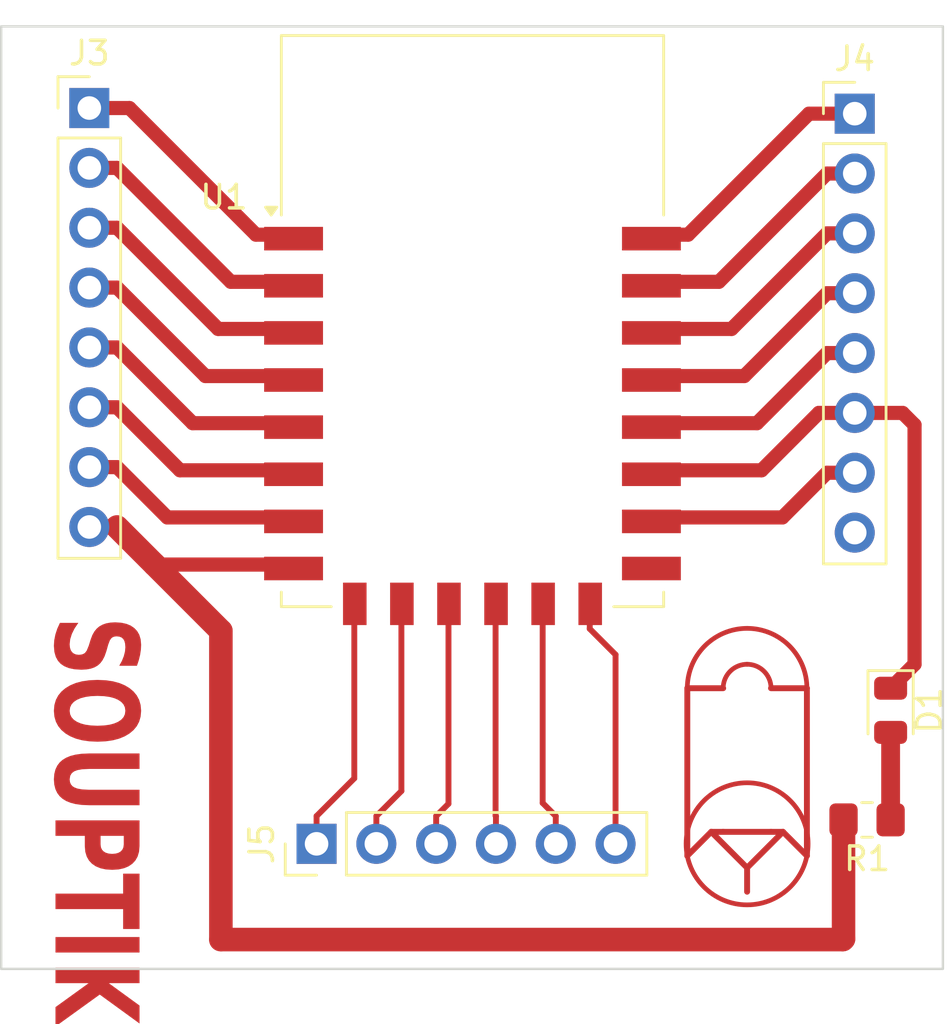
<source format=kicad_pcb>
(kicad_pcb (version 20240108) (generator "pcbnew") (generator_version "8.0")
  (layers (0 "F.Cu" signal) (31 "B.Cu" signal) (34 "B.Paste" user) (35 "F.Paste" user) (36 "B.SilkS" user "B.Silkscreen") (37 "F.SilkS" user "F.Silkscreen") (38 "B.Mask" user) (39 "F.Mask" user) (44 "Edge.Cuts" user))
  (net 0 "")
  (net 1 "VCC")
  (net 2 "CS0")
  (net 3 "MISO")
  (net 4 "IO9")
  (net 5 "IO13")
  (net 6 "IO12")
  (net 7 "IO14")
  (net 8 "IO16")
  (net 9 "EN")
  (net 10 "ADC0")
  (net 11 "RST")
  (net 12 "GND")
  (net 13 "SCLK")
  (net 14 "MOSI")
  (net 15 "IO10")
  (net 16 "IO15")
  (net 17 "IO2")
  (net 18 "IO0")
  (net 19 "IO4")
  (net 20 "IO5")
  (net 21 "RX")
  (net 22 "TX")
  (net 23 "Net-(D1-A)")
  (footprint "Resistor_SMD:R_0805_2012Metric_Pad1.20x1.40mm_HandSolder" (layer "F.Cu") (at 148.86 118.364 180)
    (property "Reference" "R1" (at 0 -1.65 180) (layer "F.SilkS"))
    (property "Value" "220")
    (fp_line (start -0.227064 0.735) (end 0.227064 0.735) (stroke (width 0.12)) (layer "F.SilkS"))
    (fp_line (start -0.227064 -0.735) (end 0.227064 -0.735) (stroke (width 0.12)) (layer "F.SilkS"))
    (pad "1" smd roundrect (at -1 0 180) (size 1.2 1.4) (layers "F.Cu" "F.Paste" "F.Mask") (roundrect_rratio 0.208333) (net 23 "Net-(D1-A)"))
    (pad "2" smd roundrect (at 1 0 180) (size 1.2 1.4) (layers "F.Cu" "F.Paste" "F.Mask") (roundrect_rratio 0.208333) (net 1 "VCC"))
  )
  (footprint "LED_SMD:LED_0805_2012Metric" (layer "F.Cu") (at 149.86 113.7135 -90)
    (property "Reference" "D1" (at 0 -1.65 90) (layer "F.SilkS"))
    (property "Value" "LED")
    (fp_line (start -1.685 0.96) (end 1 0.96) (stroke (width 0.12)) (layer "F.SilkS"))
    (fp_line (start -1.685 -0.96) (end -1.685 0.96) (stroke (width 0.12)) (layer "F.SilkS"))
    (fp_line (start 1 -0.96) (end -1.685 -0.96) (stroke (width 0.12)) (layer "F.SilkS"))
    (pad "1" smd roundrect (at -0.9375 0 270) (size 0.975 1.4) (layers "F.Cu" "F.Paste" "F.Mask") (net 17 "IO2"))
    (pad "2" smd roundrect (at 0.9375 0 270) (size 0.975 1.4) (layers "F.Cu" "F.Paste" "F.Mask") (net 23 "Net-(D1-A)"))
  )
  (footprint "RF_Module:ESP-12E" (layer "F.Cu") (at 132.1 97.196)
    (property "Reference" "U1" (at -10.56 -5.26 0) (layer "F.SilkS"))
    (property "Value" "ESP-12E")
    (fp_line (start -8.12 -12.12) (end 8.12 -12.12) (stroke (width 0.12)) (layer "F.SilkS"))
    (fp_line (start -8.12 -4.5) (end -8.12 -12.12) (stroke (width 0.12)) (layer "F.SilkS"))
    (fp_line (start -8.12 12.12) (end -8.12 11.5) (stroke (width 0.12)) (layer "F.SilkS"))
    (fp_line (start -6 12.12) (end -8.12 12.12) (stroke (width 0.12)) (layer "F.SilkS"))
    (fp_line (start 8.12 -12.12) (end 8.12 -4.5) (stroke (width 0.12)) (layer "F.SilkS"))
    (fp_line (start 8.12 11.5) (end 8.12 12.12) (stroke (width 0.12)) (layer "F.SilkS"))
    (fp_line (start 8.12 12.12) (end 6 12.12) (stroke (width 0.12)) (layer "F.SilkS"))
    (fp_poly (pts (xy -8.55 -4.5) (xy -8.79 -4.836) (xy -8.31 -4.836) (xy -8.55 -4.5)) (stroke (width 0.12)) (fill solid) (layer "F.SilkS"))
    (pad "1" smd rect (at -7.6 -3.5) (size 2.5 1) (layers "F.Cu" "F.Paste" "F.Mask") (net 11 "RST"))
    (pad "2" smd rect (at -7.6 -1.5) (size 2.5 1) (layers "F.Cu" "F.Paste" "F.Mask") (net 10 "ADC0"))
    (pad "3" smd rect (at -7.6 0.5) (size 2.5 1) (layers "F.Cu" "F.Paste" "F.Mask") (net 9 "EN"))
    (pad "4" smd rect (at -7.6 2.5) (size 2.5 1) (layers "F.Cu" "F.Paste" "F.Mask") (net 8 "IO16"))
    (pad "5" smd rect (at -7.6 4.5) (size 2.5 1) (layers "F.Cu" "F.Paste" "F.Mask") (net 7 "IO14"))
    (pad "6" smd rect (at -7.6 6.5) (size 2.5 1) (layers "F.Cu" "F.Paste" "F.Mask") (net 6 "IO12"))
    (pad "7" smd rect (at -7.6 8.5) (size 2.5 1) (layers "F.Cu" "F.Paste" "F.Mask") (net 5 "IO13"))
    (pad "8" smd rect (at -7.6 10.5) (size 2.5 1) (layers "F.Cu" "F.Paste" "F.Mask") (net 1 "VCC"))
    (pad "9" smd rect (at -5 12) (size 1 1.8) (layers "F.Cu" "F.Paste" "F.Mask") (net 2 "CS0"))
    (pad "10" smd rect (at -3 12) (size 1 1.8) (layers "F.Cu" "F.Paste" "F.Mask") (net 3 "MISO"))
    (pad "11" smd rect (at -1 12) (size 1 1.8) (layers "F.Cu" "F.Paste" "F.Mask") (net 4 "IO9"))
    (pad "12" smd rect (at 1 12) (size 1 1.8) (layers "F.Cu" "F.Paste" "F.Mask") (net 15 "IO10"))
    (pad "13" smd rect (at 3 12) (size 1 1.8) (layers "F.Cu" "F.Paste" "F.Mask") (net 14 "MOSI"))
    (pad "14" smd rect (at 5 12) (size 1 1.8) (layers "F.Cu" "F.Paste" "F.Mask") (net 13 "SCLK"))
    (pad "15" smd rect (at 7.6 10.5) (size 2.5 1) (layers "F.Cu" "F.Paste" "F.Mask") (net 12 "GND"))
    (pad "16" smd rect (at 7.6 8.5) (size 2.5 1) (layers "F.Cu" "F.Paste" "F.Mask") (net 16 "IO15"))
    (pad "17" smd rect (at 7.6 6.5) (size 2.5 1) (layers "F.Cu" "F.Paste" "F.Mask") (net 17 "IO2"))
    (pad "18" smd rect (at 7.6 4.5) (size 2.5 1) (layers "F.Cu" "F.Paste" "F.Mask") (net 18 "IO0"))
    (pad "19" smd rect (at 7.6 2.5) (size 2.5 1) (layers "F.Cu" "F.Paste" "F.Mask") (net 19 "IO4"))
    (pad "20" smd rect (at 7.6 0.5) (size 2.5 1) (layers "F.Cu" "F.Paste" "F.Mask") (net 20 "IO5"))
    (pad "21" smd rect (at 7.6 -1.5) (size 2.5 1) (layers "F.Cu" "F.Paste" "F.Mask") (net 21 "RX"))
    (pad "22" smd rect (at 7.6 -3.5) (size 2.5 1) (layers "F.Cu" "F.Paste" "F.Mask") (net 22 "TX"))
  )
  (footprint "Connector_PinHeader_2.54mm:PinHeader_1x08_P2.54mm_Vertical" (layer "F.Cu") (at 115.824 88.153)
    (property "Reference" "J3" (at 0 -2.33 0) (layer "F.SilkS"))
    (property "Value" "Conn_01x08_Pin" (hide yes))
    (fp_line (start -1.33 -1.33) (end 0 -1.33) (stroke (width 0.12)) (layer "F.SilkS"))
    (fp_line (start -1.33 0) (end -1.33 -1.33) (stroke (width 0.12)) (layer "F.SilkS"))
    (fp_line (start -1.33 1.27) (end -1.33 19.11) (stroke (width 0.12)) (layer "F.SilkS"))
    (fp_line (start -1.33 1.27) (end 1.33 1.27) (stroke (width 0.12)) (layer "F.SilkS"))
    (fp_line (start -1.33 19.11) (end 1.33 19.11) (stroke (width 0.12)) (layer "F.SilkS"))
    (fp_line (start 1.33 1.27) (end 1.33 19.11) (stroke (width 0.12)) (layer "F.SilkS"))
    (pad "1" thru_hole rect (at 0 0) (size 1.7 1.7) (drill 1) (layers "*.Cu" "*.Mask") (net 11 "RST"))
    (pad "2" thru_hole oval (at 0 2.54) (size 1.7 1.7) (drill 1) (layers "*.Cu" "*.Mask") (net 10 "ADC0"))
    (pad "3" thru_hole oval (at 0 5.08) (size 1.7 1.7) (drill 1) (layers "*.Cu" "*.Mask") (net 9 "EN"))
    (pad "4" thru_hole oval (at 0 7.62) (size 1.7 1.7) (drill 1) (layers "*.Cu" "*.Mask") (net 8 "IO16"))
    (pad "5" thru_hole oval (at 0 10.16) (size 1.7 1.7) (drill 1) (layers "*.Cu" "*.Mask") (net 7 "IO14"))
    (pad "6" thru_hole oval (at 0 12.7) (size 1.7 1.7) (drill 1) (layers "*.Cu" "*.Mask") (net 6 "IO12"))
    (pad "7" thru_hole oval (at 0 15.24) (size 1.7 1.7) (drill 1) (layers "*.Cu" "*.Mask") (net 5 "IO13"))
    (pad "8" thru_hole oval (at 0 17.78) (size 1.7 1.7) (drill 1) (layers "*.Cu" "*.Mask") (net 1 "VCC"))
  )
  (footprint "Connector_PinHeader_2.54mm:PinHeader_1x08_P2.54mm_Vertical" (layer "F.Cu") (at 148.336 88.392)
    (property "Reference" "J4" (at 0 -2.33 0) (layer "F.SilkS"))
    (property "Value" "Conn_01x08_Pin" (hide yes))
    (fp_line (start -1.33 -1.33) (end 0 -1.33) (stroke (width 0.12)) (layer "F.SilkS"))
    (fp_line (start -1.33 0) (end -1.33 -1.33) (stroke (width 0.12)) (layer "F.SilkS"))
    (fp_line (start -1.33 1.27) (end -1.33 19.11) (stroke (width 0.12)) (layer "F.SilkS"))
    (fp_line (start -1.33 1.27) (end 1.33 1.27) (stroke (width 0.12)) (layer "F.SilkS"))
    (fp_line (start -1.33 19.11) (end 1.33 19.11) (stroke (width 0.12)) (layer "F.SilkS"))
    (fp_line (start 1.33 1.27) (end 1.33 19.11) (stroke (width 0.12)) (layer "F.SilkS"))
    (pad "1" thru_hole rect (at 0 0) (size 1.7 1.7) (drill 1) (layers "*.Cu" "*.Mask") (net 22 "TX"))
    (pad "2" thru_hole oval (at 0 2.54) (size 1.7 1.7) (drill 1) (layers "*.Cu" "*.Mask") (net 21 "RX"))
    (pad "3" thru_hole oval (at 0 5.08) (size 1.7 1.7) (drill 1) (layers "*.Cu" "*.Mask") (net 20 "IO5"))
    (pad "4" thru_hole oval (at 0 7.62) (size 1.7 1.7) (drill 1) (layers "*.Cu" "*.Mask") (net 19 "IO4"))
    (pad "5" thru_hole oval (at 0 10.16) (size 1.7 1.7) (drill 1) (layers "*.Cu" "*.Mask") (net 18 "IO0"))
    (pad "6" thru_hole oval (at 0 12.7) (size 1.7 1.7) (drill 1) (layers "*.Cu" "*.Mask") (net 17 "IO2"))
    (pad "7" thru_hole oval (at 0 15.24) (size 1.7 1.7) (drill 1) (layers "*.Cu" "*.Mask") (net 16 "IO15"))
    (pad "8" thru_hole oval (at 0 17.78) (size 1.7 1.7) (drill 1) (layers "*.Cu" "*.Mask") (net 12 "GND"))
  )
  (footprint "Connector_PinHeader_2.54mm:PinHeader_1x06_P2.54mm_Vertical" (layer "F.Cu") (at 125.476 119.38 90)
    (property "Reference" "J5" (at 0 -2.33 -90) (layer "F.SilkS"))
    (property "Value" "Conn_01x06_Pin" (hide yes))
    (fp_line (start -1.33 -1.33) (end 0 -1.33) (stroke (width 0.12)) (layer "F.SilkS"))
    (fp_line (start -1.33 0) (end -1.33 -1.33) (stroke (width 0.12)) (layer "F.SilkS"))
    (fp_line (start 1.33 1.27) (end 1.33 14.03) (stroke (width 0.12)) (layer "F.SilkS"))
    (fp_line (start -1.33 1.27) (end 1.33 1.27) (stroke (width 0.12)) (layer "F.SilkS"))
    (fp_line (start -1.33 1.27) (end -1.33 14.03) (stroke (width 0.12)) (layer "F.SilkS"))
    (fp_line (start -1.33 14.03) (end 1.33 14.03) (stroke (width 0.12)) (layer "F.SilkS"))
    (pad "1" thru_hole rect (at 0 0 90) (size 1.7 1.7) (drill 1) (layers "*.Cu" "*.Mask") (net 2 "CS0"))
    (pad "2" thru_hole oval (at 0 2.54 90) (size 1.7 1.7) (drill 1) (layers "*.Cu" "*.Mask") (net 3 "MISO"))
    (pad "3" thru_hole oval (at 0 5.08 90) (size 1.7 1.7) (drill 1) (layers "*.Cu" "*.Mask") (net 4 "IO9"))
    (pad "4" thru_hole oval (at 0 7.62 90) (size 1.7 1.7) (drill 1) (layers "*.Cu" "*.Mask") (net 15 "IO10"))
    (pad "5" thru_hole oval (at 0 10.16 90) (size 1.7 1.7) (drill 1) (layers "*.Cu" "*.Mask") (net 14 "MOSI"))
    (pad "6" thru_hole oval (at 0 12.7 90) (size 1.7 1.7) (drill 1) (layers "*.Cu" "*.Mask") (net 13 "SCLK"))
  )
  (gr_arc (start 143.764 111.76) (mid 144.48242 112.05758) (end 144.78 112.776) (stroke (width 0.2)) (layer "F.Cu"))
  (gr_circle (center 143.764 119.38) (end 143.256 121.92) (stroke (width 0.2)) (fill none) (layer "F.Cu"))
  (gr_arc (start 141.224 112.776) (mid 141.967949 110.979949) (end 143.764 110.236) (stroke (width 0.2)) (layer "F.Cu"))
  (gr_arc (start 142.748 112.776) (mid 143.04558 112.05758) (end 143.764 111.76) (stroke (width 0.2)) (layer "F.Cu"))
  (gr_arc (start 143.764 110.236) (mid 145.560051 110.979949) (end 146.304 112.776) (stroke (width 0.2)) (layer "F.Cu"))
  (gr_rect (start 112.08 84.688) (end 152.08 124.688) (stroke (width 0.1)) (fill none) (layer "Edge.Cuts"))
  (gr_text "SOUPTIK" (at 113.792 109.728 270) (layer "F.Cu") (effects (font (size 3.5 2.5) (thickness 0.3) (bold yes)) (justify left bottom)))
  (segment (start 141.224 119.888) (end 141.224 112.776) (width 0.25) (layer "F.Cu") (net 0))
  (segment (start 142.24 118.872) (end 143.764 120.396) (width 0.25) (layer "F.Cu") (net 0))
  (segment (start 142.24 118.872) (end 141.224 119.888) (width 0.25) (layer "F.Cu") (net 0))
  (segment (start 141.224 112.776) (end 142.748 112.776) (width 0.25) (layer "F.Cu") (net 0))
  (segment (start 143.764 120.396) (end 143.764 121.412) (width 0.25) (layer "F.Cu") (net 0))
  (segment (start 143.764 120.396) (end 145.288 118.872) (width 0.25) (layer "F.Cu") (net 0))
  (segment (start 144.78 118.872) (end 145.288 118.872) (width 0.25) (layer "F.Cu") (net 0))
  (segment (start 146.304 119.888) (end 146.304 112.776) (width 0.25) (layer "F.Cu") (net 0))
  (segment (start 145.288 118.872) (end 146.304 119.888) (width 0.25) (layer "F.Cu") (net 0))
  (segment (start 144.78 118.872) (end 142.748 118.872) (width 0.25) (layer "F.Cu") (net 0))
  (segment (start 142.748 118.872) (end 142.24 118.872) (width 0.25) (layer "F.Cu") (net 0))
  (segment (start 146.304 112.776) (end 144.78 112.776) (width 0.25) (layer "F.Cu") (net 0))
  (segment (start 147.86 118.364) (end 147.86 123.412) (width 1) (layer "F.Cu") (net 1))
  (segment (start 118.5957 107.528) (end 124.48 107.528) (width 0.6) (layer "F.Cu") (net 1))
  (segment (start 121.412 123.444) (end 121.412 110.3443) (width 1) (layer "F.Cu") (net 1))
  (segment (start 115.824 105.933) (end 117.0007 105.933) (width 0.6) (layer "F.Cu") (net 1))
  (segment (start 117.0007 105.933) (end 118.5957 107.528) (width 1) (layer "F.Cu") (net 1))
  (segment (start 147.828 123.444) (end 121.412 123.444) (width 1) (layer "F.Cu") (net 1))
  (segment (start 121.412 110.3443) (end 118.5957 107.528) (width 1) (layer "F.Cu") (net 1))
  (segment (start 147.86 123.412) (end 147.828 123.444) (width 1) (layer "F.Cu") (net 1))
  (segment (start 125.476 118.2033) (end 127.08 116.5993) (width 0.25) (layer "F.Cu") (net 2))
  (segment (start 127.08 116.5993) (end 127.08 109.028) (width 0.25) (layer "F.Cu") (net 2))
  (segment (start 125.476 119.38) (end 125.476 118.2033) (width 0.25) (layer "F.Cu") (net 2))
  (segment (start 128.016 118.2033) (end 129.08 117.1393) (width 0.25) (layer "F.Cu") (net 3))
  (segment (start 128.016 119.38) (end 128.016 118.2033) (width 0.25) (layer "F.Cu") (net 3))
  (segment (start 129.08 117.1393) (end 129.08 109.028) (width 0.25) (layer "F.Cu") (net 3))
  (segment (start 131.08 117.6793) (end 131.08 109.028) (width 0.25) (layer "F.Cu") (net 4))
  (segment (start 130.556 119.38) (end 130.556 118.2033) (width 0.25) (layer "F.Cu") (net 4))
  (segment (start 130.556 118.2033) (end 131.08 117.6793) (width 0.25) (layer "F.Cu") (net 4))
  (segment (start 115.824 103.393) (end 117.0007 103.393) (width 0.6) (layer "F.Cu") (net 5))
  (segment (start 117.0007 103.393) (end 119.1357 105.528) (width 0.6) (layer "F.Cu") (net 5))
  (segment (start 119.1357 105.528) (end 124.48 105.528) (width 0.6) (layer "F.Cu") (net 5))
  (segment (start 119.6757 103.528) (end 124.48 103.528) (width 0.6) (layer "F.Cu") (net 6))
  (segment (start 115.824 100.853) (end 117.0007 100.853) (width 0.6) (layer "F.Cu") (net 6))
  (segment (start 117.0007 100.853) (end 119.6757 103.528) (width 0.6) (layer "F.Cu") (net 6))
  (segment (start 120.2157 101.528) (end 117.0007 98.313) (width 0.6) (layer "F.Cu") (net 7))
  (segment (start 115.824 98.313) (end 117.0007 98.313) (width 0.6) (layer "F.Cu") (net 7))
  (segment (start 124.48 101.528) (end 120.2157 101.528) (width 0.6) (layer "F.Cu") (net 7))
  (segment (start 115.824 95.773) (end 117.0007 95.773) (width 0.6) (layer "F.Cu") (net 8))
  (segment (start 120.7557 99.528) (end 117.0007 95.773) (width 0.6) (layer "F.Cu") (net 8))
  (segment (start 124.48 99.528) (end 120.7557 99.528) (width 0.6) (layer "F.Cu") (net 8))
  (segment (start 121.2957 97.528) (end 124.48 97.528) (width 0.6) (layer "F.Cu") (net 9))
  (segment (start 115.824 93.233) (end 117.0007 93.233) (width 0.6) (layer "F.Cu") (net 9))
  (segment (start 117.0007 93.233) (end 121.2957 97.528) (width 0.6) (layer "F.Cu") (net 9))
  (segment (start 121.8357 95.528) (end 124.48 95.528) (width 0.6) (layer "F.Cu") (net 10))
  (segment (start 115.824 90.693) (end 117.0007 90.693) (width 0.6) (layer "F.Cu") (net 10))
  (segment (start 117.0007 90.693) (end 121.8357 95.528) (width 0.6) (layer "F.Cu") (net 10))
  (segment (start 117.5283 88.153) (end 122.9033 93.528) (width 0.6) (layer "F.Cu") (net 11))
  (segment (start 115.824 88.153) (end 117.5283 88.153) (width 0.6) (layer "F.Cu") (net 11))
  (segment (start 124.48 93.528) (end 122.9033 93.528) (width 0.6) (layer "F.Cu") (net 11))
  (segment (start 138.176 111.3507) (end 137.08 110.2547) (width 0.25) (layer "F.Cu") (net 13))
  (segment (start 138.176 119.38) (end 138.176 111.3507) (width 0.25) (layer "F.Cu") (net 13))
  (segment (start 137.08 109.028) (end 137.08 110.2547) (width 0.25) (layer "F.Cu") (net 13))
  (segment (start 135.636 118.2033) (end 135.08 117.6473) (width 0.25) (layer "F.Cu") (net 14))
  (segment (start 135.636 119.38) (end 135.636 118.2033) (width 0.25) (layer "F.Cu") (net 14))
  (segment (start 135.08 117.6473) (end 135.08 109.028) (width 0.25) (layer "F.Cu") (net 14))
  (segment (start 133.096 119.38) (end 133.096 118.2033) (width 0.25) (layer "F.Cu") (net 15))
  (segment (start 133.08 118.1873) (end 133.08 109.028) (width 0.25) (layer "F.Cu") (net 15))
  (segment (start 133.096 118.2033) (end 133.08 118.1873) (width 0.25) (layer "F.Cu") (net 15))
  (segment (start 148.336 103.632) (end 147.1593 103.632) (width 0.6) (layer "F.Cu") (net 16))
  (segment (start 147.1593 103.632) (end 145.2633 105.528) (width 0.6) (layer "F.Cu") (net 16))
  (segment (start 145.2633 105.528) (end 139.68 105.528) (width 0.6) (layer "F.Cu") (net 16))
  (segment (start 150.876 111.76) (end 149.86 112.776) (width 0.6) (layer "F.Cu") (net 17))
  (segment (start 144.376 103.528) (end 139.68 103.528) (width 0.6) (layer "F.Cu") (net 17))
  (segment (start 148.336 101.092) (end 146.812 101.092) (width 0.6) (layer "F.Cu") (net 17))
  (segment (start 150.876 101.6) (end 150.876 111.76) (width 0.6) (layer "F.Cu") (net 17))
  (segment (start 148.336 101.092) (end 150.368 101.092) (width 0.6) (layer "F.Cu") (net 17))
  (segment (start 150.368 101.092) (end 150.876 101.6) (width 0.6) (layer "F.Cu") (net 17))
  (segment (start 146.812 101.092) (end 144.376 103.528) (width 0.6) (layer "F.Cu") (net 17))
  (segment (start 148.336 98.552) (end 147.1593 98.552) (width 0.6) (layer "F.Cu") (net 18))
  (segment (start 144.1833 101.528) (end 139.68 101.528) (width 0.6) (layer "F.Cu") (net 18))
  (segment (start 147.1593 98.552) (end 144.1833 101.528) (width 0.6) (layer "F.Cu") (net 18))
  (segment (start 143.6433 99.528) (end 139.68 99.528) (width 0.6) (layer "F.Cu") (net 19))
  (segment (start 147.1593 96.012) (end 143.6433 99.528) (width 0.6) (layer "F.Cu") (net 19))
  (segment (start 148.336 96.012) (end 147.1593 96.012) (width 0.6) (layer "F.Cu") (net 19))
  (segment (start 148.336 93.472) (end 147.1593 93.472) (width 0.6) (layer "F.Cu") (net 20))
  (segment (start 143.1033 97.528) (end 139.68 97.528) (width 0.6) (layer "F.Cu") (net 20))
  (segment (start 147.1593 93.472) (end 143.1033 97.528) (width 0.6) (layer "F.Cu") (net 20))
  (segment (start 147.1593 90.932) (end 142.5633 95.528) (width 0.6) (layer "F.Cu") (net 21))
  (segment (start 142.5633 95.528) (end 139.68 95.528) (width 0.6) (layer "F.Cu") (net 21))
  (segment (start 148.336 90.932) (end 147.1593 90.932) (width 0.6) (layer "F.Cu") (net 21))
  (segment (start 148.336 88.392) (end 146.3927 88.392) (width 0.6) (layer "F.Cu") (net 22))
  (segment (start 146.3927 88.392) (end 141.2567 93.528) (width 0.6) (layer "F.Cu") (net 22))
  (segment (start 139.68 93.528) (end 141.2567 93.528) (width 0.6) (layer "F.Cu") (net 22))
  (segment (start 149.86 114.651) (end 149.86 118.364) (width 0.8) (layer "F.Cu") (net 23))
)
</source>
